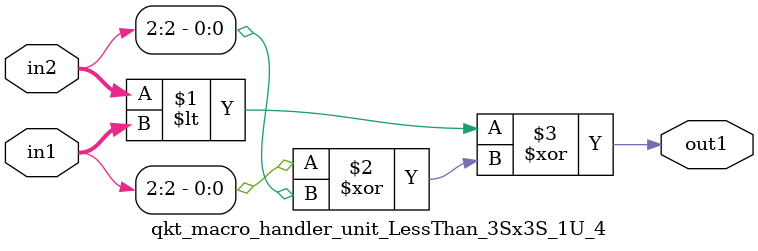
<source format=v>

`timescale 1ps / 1ps


module qkt_macro_handler_unit_LessThan_3Sx3S_1U_4( in2, in1, out1 );

    input [2:0] in2;
    input [2:0] in1;
    output out1;

    
    // rtl_process:qkt_macro_handler_unit_LessThan_3Sx3S_1U_4/qkt_macro_handler_unit_LessThan_3Sx3S_1U_4_thread_1
    assign out1 = (in2 < in1 ^ (in1[2] ^ in2[2]));

endmodule


</source>
